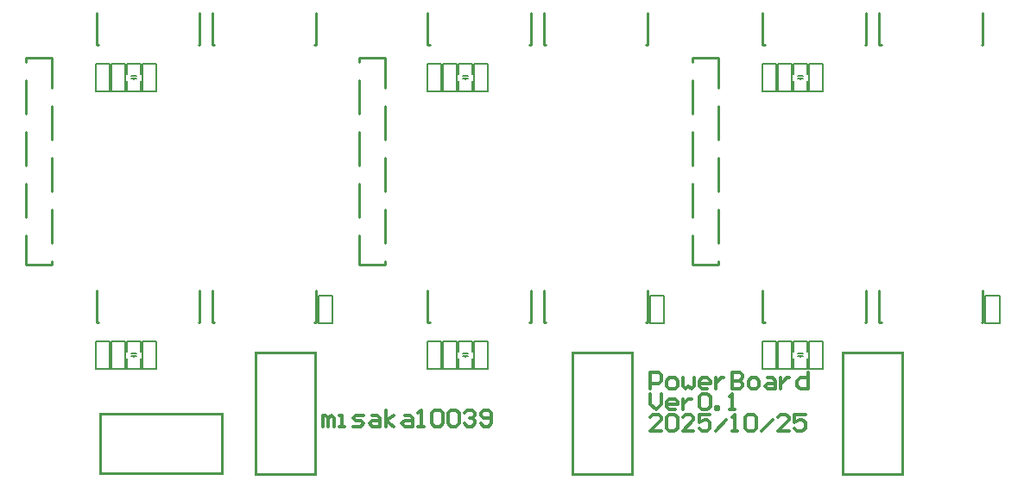
<source format=gbr>
%TF.GenerationSoftware,Altium Limited,Altium Designer,24.0.1 (36)*%
G04 Layer_Color=65535*
%FSLAX45Y45*%
%MOMM*%
%TF.SameCoordinates,BDB9926C-BC38-41AE-A616-4D177B64427C*%
%TF.FilePolarity,Positive*%
%TF.FileFunction,Legend,Top*%
%TF.Part,Single*%
G01*
G75*
%TA.AperFunction,NonConductor*%
%ADD22C,0.25400*%
%ADD23C,0.15240*%
%ADD24C,0.30000*%
G36*
X2354580Y756920D02*
Y172720D01*
X1135380D01*
Y782320D01*
X2354580D01*
Y756920D01*
D02*
G37*
G36*
X3271520Y1361440D02*
Y193040D01*
Y167640D01*
X2661920D01*
Y193040D01*
Y1386840D01*
X3271520D01*
Y1361440D01*
D02*
G37*
G36*
X6372860D02*
Y193040D01*
Y167640D01*
X5763260D01*
Y193040D01*
Y1386840D01*
X6372860D01*
Y1361440D01*
D02*
G37*
G36*
X9024620D02*
Y193040D01*
Y167640D01*
X8415020D01*
Y193040D01*
Y1386840D01*
X9024620D01*
Y1361440D01*
D02*
G37*
%LPC*%
G36*
X2329180Y756920D02*
X1160780D01*
Y198120D01*
X2329180D01*
Y756920D01*
D02*
G37*
G36*
X3246120Y1361440D02*
X2687320D01*
Y193040D01*
X3246120D01*
Y1361440D01*
D02*
G37*
G36*
X6347460D02*
X5788660D01*
Y193040D01*
X6347460D01*
Y1361440D01*
D02*
G37*
G36*
X8999220D02*
X8440420D01*
Y193040D01*
X8999220D01*
Y1361440D01*
D02*
G37*
%LPD*%
D22*
X3936670Y3464814D02*
Y3799586D01*
Y2956814D02*
Y3291586D01*
Y2448814D02*
Y2783586D01*
X3682670Y3718814D02*
Y4053586D01*
Y3210814D02*
Y3545586D01*
Y2702814D02*
Y3037586D01*
X3682774Y2235200D02*
X3861082D01*
X3936774D01*
Y2275586D01*
X3682774Y2235200D02*
Y2529586D01*
X3758258Y4267200D02*
X3936566D01*
X3682566D02*
X3758258D01*
X3682566Y4226814D02*
Y4267200D01*
X3936566Y3972814D02*
Y4267200D01*
X7203110Y3464814D02*
Y3799586D01*
Y2956814D02*
Y3291586D01*
Y2448814D02*
Y2783586D01*
X6949110Y3718814D02*
Y4053586D01*
Y3210814D02*
Y3545586D01*
Y2702814D02*
Y3037586D01*
X6949214Y2235200D02*
X7127522D01*
X7203214D01*
Y2275586D01*
X6949214Y2235200D02*
Y2529586D01*
X7024698Y4267200D02*
X7203006D01*
X6949006D02*
X7024698D01*
X6949006Y4226814D02*
Y4267200D01*
X7203006Y3972814D02*
Y4267200D01*
X667690Y3464814D02*
Y3799586D01*
Y2956814D02*
Y3291586D01*
Y2448814D02*
Y2783586D01*
X413690Y3718814D02*
Y4053586D01*
Y3210814D02*
Y3545586D01*
Y2702814D02*
Y3037586D01*
X413794Y2235200D02*
X592102D01*
X667794D01*
Y2275586D01*
X413794Y2235200D02*
Y2529586D01*
X489278Y4267200D02*
X667586D01*
X413586D02*
X489278D01*
X413586Y4226814D02*
Y4267200D01*
X667586Y3972814D02*
Y4267200D01*
X4355013Y4396852D02*
X4374403D01*
X4355013D02*
Y4711852D01*
X5369011Y4396852D02*
Y4711852D01*
X5355620Y4396852D02*
X5369011D01*
X4355013Y1669712D02*
X4374403D01*
X4355013D02*
Y1984713D01*
X5369011Y1669712D02*
Y1984713D01*
X5355620Y1669712D02*
X5369011D01*
X5497098Y4396852D02*
X5516489D01*
X5497098D02*
Y4711852D01*
X6511097Y4396852D02*
Y4711852D01*
X6497706Y4396852D02*
X6511097D01*
X1106353D02*
X1125743D01*
X1106353D02*
Y4711852D01*
X2120351Y4396852D02*
Y4711852D01*
X2106960Y4396852D02*
X2120351D01*
X2245898D02*
X2265289D01*
X2245898D02*
Y4711852D01*
X3259897Y4396852D02*
Y4711852D01*
X3246506Y4396852D02*
X3259897D01*
X7641773Y1669712D02*
X7661163D01*
X7641773D02*
Y1984713D01*
X8655771Y1669712D02*
Y1984713D01*
X8642380Y1669712D02*
X8655771D01*
X5497098D02*
X5516489D01*
X5497098D02*
Y1984713D01*
X6511097Y1669712D02*
Y1984713D01*
X6497706Y1669712D02*
X6511097D01*
X2245898D02*
X2265289D01*
X2245898D02*
Y1984713D01*
X3259897Y1669712D02*
Y1984713D01*
X3246506Y1669712D02*
X3259897D01*
X8783858D02*
X8803249D01*
X8783858D02*
Y1984713D01*
X9797857Y1669712D02*
Y1984713D01*
X9784466Y1669712D02*
X9797857D01*
X1106353D02*
X1125743D01*
X1106353D02*
Y1984713D01*
X2120351Y1669712D02*
Y1984713D01*
X2106960Y1669712D02*
X2120351D01*
X8783858Y4396852D02*
X8803249D01*
X8783858D02*
Y4711852D01*
X9797857Y4396852D02*
Y4711852D01*
X9784466Y4396852D02*
X9797857D01*
X7641773D02*
X7661163D01*
X7641773D02*
Y4711852D01*
X8655771Y4396852D02*
Y4711852D01*
X8642380Y4396852D02*
X8655771D01*
D23*
X1544320Y3943241D02*
Y4044841D01*
X1475740Y4055001D02*
Y4067701D01*
X1407160Y3943241D02*
X1544320D01*
X1407160D02*
Y4044841D01*
X1450340Y4067701D02*
X1501140D01*
X1450340Y4088021D02*
X1501140D01*
X1544320Y4110881D02*
Y4212481D01*
X1475740Y4088021D02*
Y4100721D01*
X1407160Y4212481D02*
X1544320D01*
X1407160Y4110881D02*
Y4212481D01*
X1102360Y1487060D02*
X1239520D01*
X1102360Y1217820D02*
Y1487060D01*
X1239520Y1217820D02*
Y1487060D01*
X1102360Y1217820D02*
X1239520D01*
X1254760D02*
Y1487060D01*
Y1217820D02*
X1391920D01*
X1254760Y1487060D02*
X1391920D01*
Y1217820D02*
Y1487060D01*
X1544320Y1217820D02*
Y1319420D01*
X1475740Y1329580D02*
Y1342280D01*
X1407160Y1217820D02*
X1544320D01*
X1407160D02*
Y1319420D01*
X1450340Y1342280D02*
X1501140D01*
X1450340Y1362600D02*
X1501140D01*
X1544320Y1385460D02*
Y1487060D01*
X1475740Y1362600D02*
Y1375300D01*
X1407160Y1487060D02*
X1544320D01*
X1407160Y1385460D02*
Y1487060D01*
X1696720Y1217820D02*
Y1487060D01*
X1559560D02*
X1696720D01*
X1559560Y1217820D02*
X1696720D01*
X1559560D02*
Y1487060D01*
X4485640Y1217820D02*
Y1487060D01*
X4348480D02*
X4485640D01*
X4348480Y1217820D02*
X4485640D01*
X4348480D02*
Y1487060D01*
X4500880Y1217820D02*
Y1487060D01*
Y1217820D02*
X4638040D01*
X4500880Y1487060D02*
X4638040D01*
Y1217820D02*
Y1487060D01*
X4790440Y1217820D02*
Y1319420D01*
X4721860Y1329580D02*
Y1342280D01*
X4653280Y1217820D02*
X4790440D01*
X4653280D02*
Y1319420D01*
X4696460Y1342280D02*
X4747260D01*
X4696460Y1362600D02*
X4747260D01*
X4790440Y1385460D02*
Y1487060D01*
X4721860Y1362600D02*
Y1375300D01*
X4653280Y1487060D02*
X4790440D01*
X4653280Y1385460D02*
Y1487060D01*
X4805680D02*
X4942840D01*
X4805680Y1217820D02*
Y1487060D01*
X4942840Y1217820D02*
Y1487060D01*
X4805680Y1217820D02*
X4942840D01*
X1102360Y3943241D02*
X1239520D01*
Y4212481D01*
X1102360Y3943241D02*
Y4212481D01*
X1239520D01*
X1391920Y3943241D02*
Y4212481D01*
X1254760D02*
X1391920D01*
X1254760Y3943241D02*
X1391920D01*
X1254760D02*
Y4212481D01*
X1559560Y4212481D02*
X1696720D01*
X1559560Y3943241D02*
Y4212481D01*
X1696720Y3943241D02*
Y4212481D01*
X1559560Y3943241D02*
X1696720D01*
X4348480Y3943241D02*
X4485640D01*
Y4212481D01*
X4348480Y3943241D02*
Y4212481D01*
X4485640D01*
X4500880D02*
X4638040D01*
X4500880Y3943241D02*
Y4212481D01*
X4638040Y3943241D02*
Y4212481D01*
X4500880Y3943241D02*
X4638040D01*
X4790440D02*
Y4044841D01*
X4721860Y4055001D02*
Y4067701D01*
X4653280Y3943241D02*
X4790440D01*
X4653280D02*
Y4044841D01*
X4696460Y4067701D02*
X4747260D01*
X4696460Y4088021D02*
X4747260D01*
X4790440Y4110881D02*
Y4212481D01*
X4721860Y4088021D02*
Y4100721D01*
X4653280Y4212481D02*
X4790440D01*
X4653280Y4110881D02*
Y4212481D01*
X4805680D02*
X4942840D01*
X4805680Y3943241D02*
Y4212481D01*
X4942840Y3943241D02*
Y4212481D01*
X4805680Y3943241D02*
X4942840D01*
X7637780Y4212481D02*
X7774940D01*
X7637780Y3943241D02*
Y4212481D01*
X7774940Y3943241D02*
Y4212481D01*
X7637780Y3943241D02*
X7774940D01*
X7790180D02*
X7927340D01*
Y4212481D01*
X7790180Y3943241D02*
Y4212481D01*
X7927340D01*
X8079740Y3943241D02*
Y4044841D01*
X8011160Y4055001D02*
Y4067701D01*
X7942580Y3943241D02*
X8079740D01*
X7942580D02*
Y4044841D01*
X7985760Y4067701D02*
X8036560D01*
X7985760Y4088021D02*
X8036560D01*
X8079740Y4110881D02*
Y4212481D01*
X8011160Y4088021D02*
Y4100721D01*
X7942580Y4212481D02*
X8079740D01*
X7942580Y4110881D02*
Y4212481D01*
X7927340Y1217820D02*
Y1487060D01*
X7790180D02*
X7927340D01*
X7790180Y1217820D02*
X7927340D01*
X7790180D02*
Y1487060D01*
X6535420Y1666240D02*
Y1935480D01*
Y1666240D02*
X6672580D01*
X6535420Y1935480D02*
X6672580D01*
Y1666240D02*
Y1935480D01*
X7637780Y1217820D02*
Y1487060D01*
Y1217820D02*
X7774940D01*
X7637780Y1487060D02*
X7774940D01*
Y1217820D02*
Y1487060D01*
X8094980Y3943241D02*
X8232140D01*
X8094980D02*
Y4212481D01*
X8232140D01*
Y3943241D02*
Y4212481D01*
X7942580Y1487060D02*
X8079740D01*
X7942580Y1217820D02*
X8079740D01*
X7942580Y1385460D02*
Y1487060D01*
X8079740Y1217820D02*
Y1319420D01*
Y1385460D02*
Y1487060D01*
X7942580Y1217820D02*
Y1319420D01*
X8011160Y1362600D02*
Y1375300D01*
Y1329580D02*
Y1342280D01*
X7985760D02*
X8036560D01*
X7985760Y1362600D02*
X8036560D01*
X8094980Y1217820D02*
X8232140D01*
X8094980D02*
Y1487060D01*
X8232140D01*
Y1217820D02*
Y1487060D01*
X9824720Y1666240D02*
X9961880D01*
X9824720D02*
Y1935480D01*
X9961880D01*
Y1666240D02*
Y1935480D01*
X3284220Y1666240D02*
X3421380D01*
X3284220D02*
Y1935480D01*
X3421380D01*
Y1666240D02*
Y1935480D01*
D24*
X3329460Y649760D02*
Y756392D01*
X3356118D01*
X3382776Y729734D01*
Y649760D01*
Y729734D01*
X3409434Y756392D01*
X3436092Y729734D01*
Y649760D01*
X3489408D02*
X3542724D01*
X3516066D01*
Y756392D01*
X3489408D01*
X3622698Y649760D02*
X3702672D01*
X3729330Y676418D01*
X3702672Y703076D01*
X3649356D01*
X3622698Y729734D01*
X3649356Y756392D01*
X3729330D01*
X3809304D02*
X3862620D01*
X3889278Y729734D01*
Y649760D01*
X3809304D01*
X3782646Y676418D01*
X3809304Y703076D01*
X3889278D01*
X3942594Y649760D02*
Y809708D01*
Y703076D02*
X4022569Y756392D01*
X3942594Y703076D02*
X4022569Y649760D01*
X4129201Y756392D02*
X4182517D01*
X4209175Y729734D01*
Y649760D01*
X4129201D01*
X4102542Y676418D01*
X4129201Y703076D01*
X4209175D01*
X4262491Y649760D02*
X4315807D01*
X4289149D01*
Y809708D01*
X4262491Y783050D01*
X4395781D02*
X4422439Y809708D01*
X4475755D01*
X4502413Y783050D01*
Y676418D01*
X4475755Y649760D01*
X4422439D01*
X4395781Y676418D01*
Y783050D01*
X4555729D02*
X4582387Y809708D01*
X4635703D01*
X4662361Y783050D01*
Y676418D01*
X4635703Y649760D01*
X4582387D01*
X4555729Y676418D01*
Y783050D01*
X4715677D02*
X4742335Y809708D01*
X4795651D01*
X4822309Y783050D01*
Y756392D01*
X4795651Y729734D01*
X4768993D01*
X4795651D01*
X4822309Y703076D01*
Y676418D01*
X4795651Y649760D01*
X4742335D01*
X4715677Y676418D01*
X4875625D02*
X4902283Y649760D01*
X4955599D01*
X4982257Y676418D01*
Y783050D01*
X4955599Y809708D01*
X4902283D01*
X4875625Y783050D01*
Y756392D01*
X4902283Y729734D01*
X4982257D01*
X6540020Y1018060D02*
Y1178008D01*
X6619994D01*
X6646652Y1151350D01*
Y1098034D01*
X6619994Y1071376D01*
X6540020D01*
X6726626Y1018060D02*
X6779942D01*
X6806600Y1044718D01*
Y1098034D01*
X6779942Y1124692D01*
X6726626D01*
X6699968Y1098034D01*
Y1044718D01*
X6726626Y1018060D01*
X6859916Y1124692D02*
Y1044718D01*
X6886574Y1018060D01*
X6913232Y1044718D01*
X6939890Y1018060D01*
X6966548Y1044718D01*
Y1124692D01*
X7099838Y1018060D02*
X7046522D01*
X7019864Y1044718D01*
Y1098034D01*
X7046522Y1124692D01*
X7099838D01*
X7126497Y1098034D01*
Y1071376D01*
X7019864D01*
X7179812Y1124692D02*
Y1018060D01*
Y1071376D01*
X7206470Y1098034D01*
X7233129Y1124692D01*
X7259787D01*
X7339761Y1178008D02*
Y1018060D01*
X7419735D01*
X7446393Y1044718D01*
Y1071376D01*
X7419735Y1098034D01*
X7339761D01*
X7419735D01*
X7446393Y1124692D01*
Y1151350D01*
X7419735Y1178008D01*
X7339761D01*
X7526367Y1018060D02*
X7579683D01*
X7606341Y1044718D01*
Y1098034D01*
X7579683Y1124692D01*
X7526367D01*
X7499709Y1098034D01*
Y1044718D01*
X7526367Y1018060D01*
X7686315Y1124692D02*
X7739631D01*
X7766289Y1098034D01*
Y1018060D01*
X7686315D01*
X7659657Y1044718D01*
X7686315Y1071376D01*
X7766289D01*
X7819605Y1124692D02*
Y1018060D01*
Y1071376D01*
X7846263Y1098034D01*
X7872921Y1124692D01*
X7899579D01*
X8086185Y1178008D02*
Y1018060D01*
X8006211D01*
X7979553Y1044718D01*
Y1098034D01*
X8006211Y1124692D01*
X8086185D01*
X6644112Y606580D02*
X6537480D01*
X6644112Y713212D01*
Y739870D01*
X6617454Y766528D01*
X6564138D01*
X6537480Y739870D01*
X6697428D02*
X6724086Y766528D01*
X6777402D01*
X6804060Y739870D01*
Y633238D01*
X6777402Y606580D01*
X6724086D01*
X6697428Y633238D01*
Y739870D01*
X6964008Y606580D02*
X6857376D01*
X6964008Y713212D01*
Y739870D01*
X6937350Y766528D01*
X6884034D01*
X6857376Y739870D01*
X7123957Y766528D02*
X7017324D01*
Y686554D01*
X7070640Y713212D01*
X7097298D01*
X7123957Y686554D01*
Y633238D01*
X7097298Y606580D01*
X7043982D01*
X7017324Y633238D01*
X7177272Y606580D02*
X7283905Y713212D01*
X7337221Y606580D02*
X7390537D01*
X7363879D01*
Y766528D01*
X7337221Y739870D01*
X7470511D02*
X7497169Y766528D01*
X7550485D01*
X7577143Y739870D01*
Y633238D01*
X7550485Y606580D01*
X7497169D01*
X7470511Y633238D01*
Y739870D01*
X7630459Y606580D02*
X7737091Y713212D01*
X7897039Y606580D02*
X7790407D01*
X7897039Y713212D01*
Y739870D01*
X7870381Y766528D01*
X7817065D01*
X7790407Y739870D01*
X8056987Y766528D02*
X7950355D01*
Y686554D01*
X8003671Y713212D01*
X8030329D01*
X8056987Y686554D01*
Y633238D01*
X8030329Y606580D01*
X7977013D01*
X7950355Y633238D01*
X6540020Y972268D02*
Y865636D01*
X6593336Y812320D01*
X6646652Y865636D01*
Y972268D01*
X6779942Y812320D02*
X6726626D01*
X6699968Y838978D01*
Y892294D01*
X6726626Y918952D01*
X6779942D01*
X6806600Y892294D01*
Y865636D01*
X6699968D01*
X6859916Y918952D02*
Y812320D01*
Y865636D01*
X6886574Y892294D01*
X6913232Y918952D01*
X6939890D01*
X7019864Y945610D02*
X7046522Y972268D01*
X7099838D01*
X7126497Y945610D01*
Y838978D01*
X7099838Y812320D01*
X7046522D01*
X7019864Y838978D01*
Y945610D01*
X7179812Y812320D02*
Y838978D01*
X7206470D01*
Y812320D01*
X7179812D01*
X7313102D02*
X7366419D01*
X7339761D01*
Y972268D01*
X7313102Y945610D01*
%TF.MD5,2e57002ef0303999b7e6007f799b87e9*%
M02*

</source>
